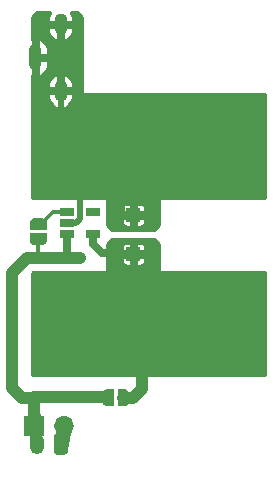
<source format=gbr>
%TF.GenerationSoftware,KiCad,Pcbnew,(5.1.6)-1*%
%TF.CreationDate,2020-12-02T11:33:45-05:00*%
%TF.ProjectId,HP_classic,48505f63-6c61-4737-9369-632e6b696361,2*%
%TF.SameCoordinates,Original*%
%TF.FileFunction,Copper,L2,Bot*%
%TF.FilePolarity,Positive*%
%FSLAX46Y46*%
G04 Gerber Fmt 4.6, Leading zero omitted, Abs format (unit mm)*
G04 Created by KiCad (PCBNEW (5.1.6)-1) date 2020-12-02 11:33:45*
%MOMM*%
%LPD*%
G01*
G04 APERTURE LIST*
%TA.AperFunction,SMDPad,CuDef*%
%ADD10R,1.200000X1.200000*%
%TD*%
%TA.AperFunction,SMDPad,CuDef*%
%ADD11R,1.300000X0.650000*%
%TD*%
%TA.AperFunction,ComponentPad*%
%ADD12R,1.700000X1.700000*%
%TD*%
%TA.AperFunction,ComponentPad*%
%ADD13O,1.700000X1.700000*%
%TD*%
%TA.AperFunction,ComponentPad*%
%ADD14O,1.100000X1.800000*%
%TD*%
%TA.AperFunction,ComponentPad*%
%ADD15O,1.100000X2.200000*%
%TD*%
%TA.AperFunction,ComponentPad*%
%ADD16O,1.200000X1.750000*%
%TD*%
%TA.AperFunction,SMDPad,CuDef*%
%ADD17C,0.100000*%
%TD*%
%TA.AperFunction,ViaPad*%
%ADD18C,1.000000*%
%TD*%
%TA.AperFunction,Conductor*%
%ADD19C,0.700000*%
%TD*%
%TA.AperFunction,Conductor*%
%ADD20C,0.500000*%
%TD*%
%TA.AperFunction,Conductor*%
%ADD21C,0.350000*%
%TD*%
%TA.AperFunction,Conductor*%
%ADD22C,1.250000*%
%TD*%
%TA.AperFunction,Conductor*%
%ADD23C,1.000000*%
%TD*%
%TA.AperFunction,Conductor*%
%ADD24C,0.254000*%
%TD*%
G04 APERTURE END LIST*
D10*
%TO.P,Z1,1*%
%TO.N,/POS*%
X160750000Y-126650000D03*
%TO.P,Z1,2*%
%TO.N,GND*%
X160750000Y-123350000D03*
%TD*%
D11*
%TO.P,U2,5*%
%TO.N,/POS*%
X157300000Y-124950000D03*
%TO.P,U2,4*%
%TO.N,Net-(U2-Pad4)*%
X157300000Y-123050000D03*
%TO.P,U2,3*%
%TO.N,Net-(JP2-Pad2)*%
X155100000Y-123050000D03*
%TO.P,U2,2*%
%TO.N,GND*%
X155100000Y-124000000D03*
%TO.P,U2,1*%
%TO.N,/VBAT*%
X155100000Y-124950000D03*
%TD*%
D12*
%TO.P,J3,1*%
%TO.N,/VBAT*%
X152300000Y-141200000D03*
D13*
%TO.P,J3,2*%
%TO.N,GND*%
X154840000Y-141200000D03*
%TD*%
D14*
%TO.P,J1,6*%
%TO.N,GND*%
X154575000Y-107200000D03*
X154575000Y-112800000D03*
D15*
X152425000Y-110000000D03*
%TD*%
%TO.P,J2,1*%
%TO.N,GND*%
%TA.AperFunction,ComponentPad*%
G36*
G01*
X155200000Y-142124999D02*
X155200000Y-143375001D01*
G75*
G02*
X154950001Y-143625000I-249999J0D01*
G01*
X154249999Y-143625000D01*
G75*
G02*
X154000000Y-143375001I0J249999D01*
G01*
X154000000Y-142124999D01*
G75*
G02*
X154249999Y-141875000I249999J0D01*
G01*
X154950001Y-141875000D01*
G75*
G02*
X155200000Y-142124999I0J-249999D01*
G01*
G37*
%TD.AperFunction*%
D16*
%TO.P,J2,2*%
%TO.N,/VBAT*%
X152600000Y-142750000D03*
%TD*%
%TA.AperFunction,SMDPad,CuDef*%
D17*
%TO.P,JP1,1*%
%TO.N,/VBAT*%
G36*
X159100000Y-139550000D02*
G01*
X158600000Y-139550000D01*
X158600000Y-139549398D01*
X158575466Y-139549398D01*
X158526635Y-139544588D01*
X158478510Y-139535016D01*
X158431555Y-139520772D01*
X158386222Y-139501995D01*
X158342949Y-139478864D01*
X158302150Y-139451604D01*
X158264221Y-139420476D01*
X158229524Y-139385779D01*
X158198396Y-139347850D01*
X158171136Y-139307051D01*
X158148005Y-139263778D01*
X158129228Y-139218445D01*
X158114984Y-139171490D01*
X158105412Y-139123365D01*
X158100602Y-139074534D01*
X158100602Y-139050000D01*
X158100000Y-139050000D01*
X158100000Y-138550000D01*
X158100602Y-138550000D01*
X158100602Y-138525466D01*
X158105412Y-138476635D01*
X158114984Y-138428510D01*
X158129228Y-138381555D01*
X158148005Y-138336222D01*
X158171136Y-138292949D01*
X158198396Y-138252150D01*
X158229524Y-138214221D01*
X158264221Y-138179524D01*
X158302150Y-138148396D01*
X158342949Y-138121136D01*
X158386222Y-138098005D01*
X158431555Y-138079228D01*
X158478510Y-138064984D01*
X158526635Y-138055412D01*
X158575466Y-138050602D01*
X158600000Y-138050602D01*
X158600000Y-138050000D01*
X159100000Y-138050000D01*
X159100000Y-139550000D01*
G37*
%TD.AperFunction*%
%TA.AperFunction,SMDPad,CuDef*%
%TO.P,JP1,2*%
%TO.N,/POS*%
G36*
X159900000Y-138050602D02*
G01*
X159924534Y-138050602D01*
X159973365Y-138055412D01*
X160021490Y-138064984D01*
X160068445Y-138079228D01*
X160113778Y-138098005D01*
X160157051Y-138121136D01*
X160197850Y-138148396D01*
X160235779Y-138179524D01*
X160270476Y-138214221D01*
X160301604Y-138252150D01*
X160328864Y-138292949D01*
X160351995Y-138336222D01*
X160370772Y-138381555D01*
X160385016Y-138428510D01*
X160394588Y-138476635D01*
X160399398Y-138525466D01*
X160399398Y-138550000D01*
X160400000Y-138550000D01*
X160400000Y-139050000D01*
X160399398Y-139050000D01*
X160399398Y-139074534D01*
X160394588Y-139123365D01*
X160385016Y-139171490D01*
X160370772Y-139218445D01*
X160351995Y-139263778D01*
X160328864Y-139307051D01*
X160301604Y-139347850D01*
X160270476Y-139385779D01*
X160235779Y-139420476D01*
X160197850Y-139451604D01*
X160157051Y-139478864D01*
X160113778Y-139501995D01*
X160068445Y-139520772D01*
X160021490Y-139535016D01*
X159973365Y-139544588D01*
X159924534Y-139549398D01*
X159900000Y-139549398D01*
X159900000Y-139550000D01*
X159400000Y-139550000D01*
X159400000Y-138050000D01*
X159900000Y-138050000D01*
X159900000Y-138050602D01*
G37*
%TD.AperFunction*%
%TD*%
%TA.AperFunction,SMDPad,CuDef*%
%TO.P,JP2,2*%
%TO.N,Net-(JP2-Pad2)*%
G36*
X151950602Y-124100000D02*
G01*
X151950602Y-124075466D01*
X151955412Y-124026635D01*
X151964984Y-123978510D01*
X151979228Y-123931555D01*
X151998005Y-123886222D01*
X152021136Y-123842949D01*
X152048396Y-123802150D01*
X152079524Y-123764221D01*
X152114221Y-123729524D01*
X152152150Y-123698396D01*
X152192949Y-123671136D01*
X152236222Y-123648005D01*
X152281555Y-123629228D01*
X152328510Y-123614984D01*
X152376635Y-123605412D01*
X152425466Y-123600602D01*
X152450000Y-123600602D01*
X152450000Y-123600000D01*
X152950000Y-123600000D01*
X152950000Y-123600602D01*
X152974534Y-123600602D01*
X153023365Y-123605412D01*
X153071490Y-123614984D01*
X153118445Y-123629228D01*
X153163778Y-123648005D01*
X153207051Y-123671136D01*
X153247850Y-123698396D01*
X153285779Y-123729524D01*
X153320476Y-123764221D01*
X153351604Y-123802150D01*
X153378864Y-123842949D01*
X153401995Y-123886222D01*
X153420772Y-123931555D01*
X153435016Y-123978510D01*
X153444588Y-124026635D01*
X153449398Y-124075466D01*
X153449398Y-124100000D01*
X153450000Y-124100000D01*
X153450000Y-124600000D01*
X151950000Y-124600000D01*
X151950000Y-124100000D01*
X151950602Y-124100000D01*
G37*
%TD.AperFunction*%
%TA.AperFunction,SMDPad,CuDef*%
%TO.P,JP2,1*%
%TO.N,/VBAT*%
G36*
X153450000Y-124900000D02*
G01*
X153450000Y-125400000D01*
X153449398Y-125400000D01*
X153449398Y-125424534D01*
X153444588Y-125473365D01*
X153435016Y-125521490D01*
X153420772Y-125568445D01*
X153401995Y-125613778D01*
X153378864Y-125657051D01*
X153351604Y-125697850D01*
X153320476Y-125735779D01*
X153285779Y-125770476D01*
X153247850Y-125801604D01*
X153207051Y-125828864D01*
X153163778Y-125851995D01*
X153118445Y-125870772D01*
X153071490Y-125885016D01*
X153023365Y-125894588D01*
X152974534Y-125899398D01*
X152950000Y-125899398D01*
X152950000Y-125900000D01*
X152450000Y-125900000D01*
X152450000Y-125899398D01*
X152425466Y-125899398D01*
X152376635Y-125894588D01*
X152328510Y-125885016D01*
X152281555Y-125870772D01*
X152236222Y-125851995D01*
X152192949Y-125828864D01*
X152152150Y-125801604D01*
X152114221Y-125770476D01*
X152079524Y-125735779D01*
X152048396Y-125697850D01*
X152021136Y-125657051D01*
X151998005Y-125613778D01*
X151979228Y-125568445D01*
X151964984Y-125521490D01*
X151955412Y-125473365D01*
X151950602Y-125424534D01*
X151950602Y-125400000D01*
X151950000Y-125400000D01*
X151950000Y-124900000D01*
X153450000Y-124900000D01*
G37*
%TD.AperFunction*%
%TD*%
D18*
%TO.N,/VBAT*%
X154750000Y-127000000D03*
X155500000Y-127000000D03*
X156250000Y-127000000D03*
%TD*%
D19*
%TO.N,GND*%
X159700000Y-121700000D02*
X159700000Y-123050000D01*
D20*
X156200000Y-123400000D02*
X156200000Y-121500000D01*
D21*
X155000000Y-123950000D02*
X155100000Y-124050000D01*
D20*
X155100000Y-124000000D02*
X155900000Y-124000000D01*
X156200000Y-123700000D02*
X156200000Y-123400000D01*
X155900000Y-124000000D02*
X156200000Y-123700000D01*
D22*
X154840000Y-141200000D02*
X154600000Y-142750000D01*
%TO.N,/VBAT*%
X152300000Y-141200000D02*
X152300000Y-140550000D01*
D23*
X152300000Y-141200000D02*
X152600000Y-142750000D01*
D19*
X155100000Y-125000000D02*
X155100000Y-127000000D01*
D21*
X152700000Y-125500000D02*
X152700000Y-127000000D01*
D19*
X152300000Y-138750000D02*
X152300000Y-141200000D01*
D23*
X152500000Y-127000000D02*
X156250000Y-127000000D01*
X151750000Y-127000000D02*
X152500000Y-127000000D01*
X152300000Y-140550000D02*
X152300000Y-138800000D01*
X152300000Y-138800000D02*
X151300000Y-138800000D01*
X150500000Y-128250000D02*
X151750000Y-127000000D01*
X151300000Y-138800000D02*
X150500000Y-138000000D01*
X150500000Y-138000000D02*
X150500000Y-128250000D01*
X156250000Y-138750000D02*
X152300000Y-138750000D01*
X158500000Y-138750000D02*
X156250000Y-138750000D01*
D19*
%TO.N,/POS*%
X158100000Y-126600000D02*
X159000000Y-126600000D01*
X157300000Y-125100000D02*
X157300000Y-125800000D01*
X157300000Y-125800000D02*
X158100000Y-126600000D01*
D21*
X160700000Y-126600000D02*
X160750000Y-126650000D01*
X159000000Y-126600000D02*
X160700000Y-126600000D01*
X160750000Y-126650000D02*
X160750000Y-129000000D01*
D23*
X160750000Y-138800000D02*
X161500000Y-138050000D01*
X159900000Y-138800000D02*
X160750000Y-138800000D01*
X161500000Y-138000000D02*
X161500000Y-136500000D01*
D21*
%TO.N,Net-(JP2-Pad2)*%
X152750000Y-124250000D02*
X152700000Y-124250000D01*
X155100000Y-123050000D02*
X153950000Y-123050000D01*
X153950000Y-123050000D02*
X152750000Y-124250000D01*
%TD*%
D24*
%TO.N,/POS*%
G36*
X171873000Y-136873000D02*
G01*
X152127000Y-136873000D01*
X152127000Y-128228132D01*
X152220132Y-128135000D01*
X156361788Y-128135000D01*
X156402007Y-128127000D01*
X171873000Y-128127000D01*
X171873000Y-136873000D01*
G37*
X171873000Y-136873000D02*
X152127000Y-136873000D01*
X152127000Y-128228132D01*
X152220132Y-128135000D01*
X156361788Y-128135000D01*
X156402007Y-128127000D01*
X171873000Y-128127000D01*
X171873000Y-136873000D01*
%TO.N,GND*%
G36*
X153390000Y-113277000D02*
G01*
X153437546Y-113505742D01*
X153528804Y-113720813D01*
X153660266Y-113913948D01*
X153826881Y-114077725D01*
X154022246Y-114205850D01*
X154238853Y-114293399D01*
X154265256Y-114293803D01*
X154448000Y-114168361D01*
X154448000Y-113127000D01*
X154702000Y-113127000D01*
X154702000Y-114168361D01*
X154884744Y-114293803D01*
X154911147Y-114293399D01*
X155127754Y-114205850D01*
X155323119Y-114077725D01*
X155489734Y-113913948D01*
X155621196Y-113720813D01*
X155712454Y-113505742D01*
X155760000Y-113277000D01*
X155760000Y-113127000D01*
X171873000Y-113127000D01*
X171873000Y-121873000D01*
X152127000Y-121873000D01*
X152127000Y-113127000D01*
X153390000Y-113127000D01*
X153390000Y-113277000D01*
G37*
X153390000Y-113277000D02*
X153437546Y-113505742D01*
X153528804Y-113720813D01*
X153660266Y-113913948D01*
X153826881Y-114077725D01*
X154022246Y-114205850D01*
X154238853Y-114293399D01*
X154265256Y-114293803D01*
X154448000Y-114168361D01*
X154448000Y-113127000D01*
X154702000Y-113127000D01*
X154702000Y-114168361D01*
X154884744Y-114293803D01*
X154911147Y-114293399D01*
X155127754Y-114205850D01*
X155323119Y-114077725D01*
X155489734Y-113913948D01*
X155621196Y-113720813D01*
X155712454Y-113505742D01*
X155760000Y-113277000D01*
X155760000Y-113127000D01*
X171873000Y-113127000D01*
X171873000Y-121873000D01*
X152127000Y-121873000D01*
X152127000Y-113127000D01*
X153390000Y-113127000D01*
X153390000Y-113277000D01*
G36*
X153688335Y-106203324D02*
G01*
X153579212Y-106388729D01*
X153508356Y-106591861D01*
X153478491Y-106804913D01*
X153616688Y-106977000D01*
X154352000Y-106977000D01*
X154352000Y-106957000D01*
X154798000Y-106957000D01*
X154798000Y-106977000D01*
X155533312Y-106977000D01*
X155671509Y-106804913D01*
X155641644Y-106591861D01*
X155570788Y-106388729D01*
X155461665Y-106203324D01*
X155438187Y-106177000D01*
X155947394Y-106177000D01*
X156373000Y-106602606D01*
X156373000Y-114023000D01*
X155231253Y-114023000D01*
X155318468Y-113957230D01*
X155461665Y-113796676D01*
X155570788Y-113611271D01*
X155641644Y-113408139D01*
X155671509Y-113195087D01*
X155533312Y-113023000D01*
X154798000Y-113023000D01*
X154798000Y-113043000D01*
X154352000Y-113043000D01*
X154352000Y-113023000D01*
X153616688Y-113023000D01*
X153478491Y-113195087D01*
X153508356Y-113408139D01*
X153579212Y-113611271D01*
X153688335Y-113796676D01*
X153831532Y-113957230D01*
X153918747Y-114023000D01*
X152127000Y-114023000D01*
X152127000Y-112404913D01*
X153478491Y-112404913D01*
X153616688Y-112577000D01*
X154352000Y-112577000D01*
X154352000Y-111531431D01*
X154798000Y-111531431D01*
X154798000Y-112577000D01*
X155533312Y-112577000D01*
X155671509Y-112404913D01*
X155641644Y-112191861D01*
X155570788Y-111988729D01*
X155461665Y-111803324D01*
X155318468Y-111642770D01*
X155146700Y-111513237D01*
X154960083Y-111444197D01*
X154798000Y-111531431D01*
X154352000Y-111531431D01*
X154189917Y-111444197D01*
X154003300Y-111513237D01*
X153831532Y-111642770D01*
X153688335Y-111803324D01*
X153579212Y-111988729D01*
X153508356Y-112191861D01*
X153478491Y-112404913D01*
X152127000Y-112404913D01*
X152127000Y-111508934D01*
X152202000Y-111468569D01*
X152202000Y-110223000D01*
X152648000Y-110223000D01*
X152648000Y-111468569D01*
X152810083Y-111555803D01*
X153028870Y-111469239D01*
X153196601Y-111333767D01*
X153334680Y-111168175D01*
X153437801Y-110978827D01*
X153502000Y-110773000D01*
X153502000Y-110223000D01*
X152648000Y-110223000D01*
X152202000Y-110223000D01*
X152182000Y-110223000D01*
X152182000Y-109777000D01*
X152202000Y-109777000D01*
X152202000Y-108531431D01*
X152648000Y-108531431D01*
X152648000Y-109777000D01*
X153502000Y-109777000D01*
X153502000Y-109227000D01*
X153437801Y-109021173D01*
X153334680Y-108831825D01*
X153196601Y-108666233D01*
X153028870Y-108530761D01*
X152810083Y-108444197D01*
X152648000Y-108531431D01*
X152202000Y-108531431D01*
X152127000Y-108491066D01*
X152127000Y-107595087D01*
X153478491Y-107595087D01*
X153508356Y-107808139D01*
X153579212Y-108011271D01*
X153688335Y-108196676D01*
X153831532Y-108357230D01*
X154003300Y-108486763D01*
X154189917Y-108555803D01*
X154352000Y-108468569D01*
X154352000Y-107423000D01*
X154798000Y-107423000D01*
X154798000Y-108468569D01*
X154960083Y-108555803D01*
X155146700Y-108486763D01*
X155318468Y-108357230D01*
X155461665Y-108196676D01*
X155570788Y-108011271D01*
X155641644Y-107808139D01*
X155671509Y-107595087D01*
X155533312Y-107423000D01*
X154798000Y-107423000D01*
X154352000Y-107423000D01*
X153616688Y-107423000D01*
X153478491Y-107595087D01*
X152127000Y-107595087D01*
X152127000Y-106602606D01*
X152552606Y-106177000D01*
X153711813Y-106177000D01*
X153688335Y-106203324D01*
G37*
X153688335Y-106203324D02*
X153579212Y-106388729D01*
X153508356Y-106591861D01*
X153478491Y-106804913D01*
X153616688Y-106977000D01*
X154352000Y-106977000D01*
X154352000Y-106957000D01*
X154798000Y-106957000D01*
X154798000Y-106977000D01*
X155533312Y-106977000D01*
X155671509Y-106804913D01*
X155641644Y-106591861D01*
X155570788Y-106388729D01*
X155461665Y-106203324D01*
X155438187Y-106177000D01*
X155947394Y-106177000D01*
X156373000Y-106602606D01*
X156373000Y-114023000D01*
X155231253Y-114023000D01*
X155318468Y-113957230D01*
X155461665Y-113796676D01*
X155570788Y-113611271D01*
X155641644Y-113408139D01*
X155671509Y-113195087D01*
X155533312Y-113023000D01*
X154798000Y-113023000D01*
X154798000Y-113043000D01*
X154352000Y-113043000D01*
X154352000Y-113023000D01*
X153616688Y-113023000D01*
X153478491Y-113195087D01*
X153508356Y-113408139D01*
X153579212Y-113611271D01*
X153688335Y-113796676D01*
X153831532Y-113957230D01*
X153918747Y-114023000D01*
X152127000Y-114023000D01*
X152127000Y-112404913D01*
X153478491Y-112404913D01*
X153616688Y-112577000D01*
X154352000Y-112577000D01*
X154352000Y-111531431D01*
X154798000Y-111531431D01*
X154798000Y-112577000D01*
X155533312Y-112577000D01*
X155671509Y-112404913D01*
X155641644Y-112191861D01*
X155570788Y-111988729D01*
X155461665Y-111803324D01*
X155318468Y-111642770D01*
X155146700Y-111513237D01*
X154960083Y-111444197D01*
X154798000Y-111531431D01*
X154352000Y-111531431D01*
X154189917Y-111444197D01*
X154003300Y-111513237D01*
X153831532Y-111642770D01*
X153688335Y-111803324D01*
X153579212Y-111988729D01*
X153508356Y-112191861D01*
X153478491Y-112404913D01*
X152127000Y-112404913D01*
X152127000Y-111508934D01*
X152202000Y-111468569D01*
X152202000Y-110223000D01*
X152648000Y-110223000D01*
X152648000Y-111468569D01*
X152810083Y-111555803D01*
X153028870Y-111469239D01*
X153196601Y-111333767D01*
X153334680Y-111168175D01*
X153437801Y-110978827D01*
X153502000Y-110773000D01*
X153502000Y-110223000D01*
X152648000Y-110223000D01*
X152202000Y-110223000D01*
X152182000Y-110223000D01*
X152182000Y-109777000D01*
X152202000Y-109777000D01*
X152202000Y-108531431D01*
X152648000Y-108531431D01*
X152648000Y-109777000D01*
X153502000Y-109777000D01*
X153502000Y-109227000D01*
X153437801Y-109021173D01*
X153334680Y-108831825D01*
X153196601Y-108666233D01*
X153028870Y-108530761D01*
X152810083Y-108444197D01*
X152648000Y-108531431D01*
X152202000Y-108531431D01*
X152127000Y-108491066D01*
X152127000Y-107595087D01*
X153478491Y-107595087D01*
X153508356Y-107808139D01*
X153579212Y-108011271D01*
X153688335Y-108196676D01*
X153831532Y-108357230D01*
X154003300Y-108486763D01*
X154189917Y-108555803D01*
X154352000Y-108468569D01*
X154352000Y-107423000D01*
X154798000Y-107423000D01*
X154798000Y-108468569D01*
X154960083Y-108555803D01*
X155146700Y-108486763D01*
X155318468Y-108357230D01*
X155461665Y-108196676D01*
X155570788Y-108011271D01*
X155641644Y-107808139D01*
X155671509Y-107595087D01*
X155533312Y-107423000D01*
X154798000Y-107423000D01*
X154352000Y-107423000D01*
X153616688Y-107423000D01*
X153478491Y-107595087D01*
X152127000Y-107595087D01*
X152127000Y-106602606D01*
X152552606Y-106177000D01*
X153711813Y-106177000D01*
X153688335Y-106203324D01*
%TO.N,/POS*%
G36*
X162873000Y-125802606D02*
G01*
X162873000Y-128123000D01*
X158527000Y-128123000D01*
X158527000Y-127250000D01*
X159771176Y-127250000D01*
X159778455Y-127323905D01*
X159800012Y-127394970D01*
X159835019Y-127460463D01*
X159882131Y-127517869D01*
X159939537Y-127564981D01*
X160005030Y-127599988D01*
X160076095Y-127621545D01*
X160150000Y-127628824D01*
X160432750Y-127627000D01*
X160527000Y-127532750D01*
X160527000Y-126873000D01*
X160973000Y-126873000D01*
X160973000Y-127532750D01*
X161067250Y-127627000D01*
X161350000Y-127628824D01*
X161423905Y-127621545D01*
X161494970Y-127599988D01*
X161560463Y-127564981D01*
X161617869Y-127517869D01*
X161664981Y-127460463D01*
X161699988Y-127394970D01*
X161721545Y-127323905D01*
X161728824Y-127250000D01*
X161727000Y-126967250D01*
X161632750Y-126873000D01*
X160973000Y-126873000D01*
X160527000Y-126873000D01*
X159867250Y-126873000D01*
X159773000Y-126967250D01*
X159771176Y-127250000D01*
X158527000Y-127250000D01*
X158527000Y-126050000D01*
X159771176Y-126050000D01*
X159773000Y-126332750D01*
X159867250Y-126427000D01*
X160527000Y-126427000D01*
X160527000Y-125767250D01*
X160973000Y-125767250D01*
X160973000Y-126427000D01*
X161632750Y-126427000D01*
X161727000Y-126332750D01*
X161728824Y-126050000D01*
X161721545Y-125976095D01*
X161699988Y-125905030D01*
X161664981Y-125839537D01*
X161617869Y-125782131D01*
X161560463Y-125735019D01*
X161494970Y-125700012D01*
X161423905Y-125678455D01*
X161350000Y-125671176D01*
X161067250Y-125673000D01*
X160973000Y-125767250D01*
X160527000Y-125767250D01*
X160432750Y-125673000D01*
X160150000Y-125671176D01*
X160076095Y-125678455D01*
X160005030Y-125700012D01*
X159939537Y-125735019D01*
X159882131Y-125782131D01*
X159835019Y-125839537D01*
X159800012Y-125905030D01*
X159778455Y-125976095D01*
X159771176Y-126050000D01*
X158527000Y-126050000D01*
X158527000Y-125802606D01*
X158952606Y-125377000D01*
X162447394Y-125377000D01*
X162873000Y-125802606D01*
G37*
X162873000Y-125802606D02*
X162873000Y-128123000D01*
X158527000Y-128123000D01*
X158527000Y-127250000D01*
X159771176Y-127250000D01*
X159778455Y-127323905D01*
X159800012Y-127394970D01*
X159835019Y-127460463D01*
X159882131Y-127517869D01*
X159939537Y-127564981D01*
X160005030Y-127599988D01*
X160076095Y-127621545D01*
X160150000Y-127628824D01*
X160432750Y-127627000D01*
X160527000Y-127532750D01*
X160527000Y-126873000D01*
X160973000Y-126873000D01*
X160973000Y-127532750D01*
X161067250Y-127627000D01*
X161350000Y-127628824D01*
X161423905Y-127621545D01*
X161494970Y-127599988D01*
X161560463Y-127564981D01*
X161617869Y-127517869D01*
X161664981Y-127460463D01*
X161699988Y-127394970D01*
X161721545Y-127323905D01*
X161728824Y-127250000D01*
X161727000Y-126967250D01*
X161632750Y-126873000D01*
X160973000Y-126873000D01*
X160527000Y-126873000D01*
X159867250Y-126873000D01*
X159773000Y-126967250D01*
X159771176Y-127250000D01*
X158527000Y-127250000D01*
X158527000Y-126050000D01*
X159771176Y-126050000D01*
X159773000Y-126332750D01*
X159867250Y-126427000D01*
X160527000Y-126427000D01*
X160527000Y-125767250D01*
X160973000Y-125767250D01*
X160973000Y-126427000D01*
X161632750Y-126427000D01*
X161727000Y-126332750D01*
X161728824Y-126050000D01*
X161721545Y-125976095D01*
X161699988Y-125905030D01*
X161664981Y-125839537D01*
X161617869Y-125782131D01*
X161560463Y-125735019D01*
X161494970Y-125700012D01*
X161423905Y-125678455D01*
X161350000Y-125671176D01*
X161067250Y-125673000D01*
X160973000Y-125767250D01*
X160527000Y-125767250D01*
X160432750Y-125673000D01*
X160150000Y-125671176D01*
X160076095Y-125678455D01*
X160005030Y-125700012D01*
X159939537Y-125735019D01*
X159882131Y-125782131D01*
X159835019Y-125839537D01*
X159800012Y-125905030D01*
X159778455Y-125976095D01*
X159771176Y-126050000D01*
X158527000Y-126050000D01*
X158527000Y-125802606D01*
X158952606Y-125377000D01*
X162447394Y-125377000D01*
X162873000Y-125802606D01*
%TO.N,GND*%
G36*
X162873000Y-124197394D02*
G01*
X162447394Y-124623000D01*
X158952606Y-124623000D01*
X158527000Y-124197394D01*
X158527000Y-123950000D01*
X159771176Y-123950000D01*
X159778455Y-124023905D01*
X159800012Y-124094970D01*
X159835019Y-124160463D01*
X159882131Y-124217869D01*
X159939537Y-124264981D01*
X160005030Y-124299988D01*
X160076095Y-124321545D01*
X160150000Y-124328824D01*
X160432750Y-124327000D01*
X160527000Y-124232750D01*
X160527000Y-123573000D01*
X160973000Y-123573000D01*
X160973000Y-124232750D01*
X161067250Y-124327000D01*
X161350000Y-124328824D01*
X161423905Y-124321545D01*
X161494970Y-124299988D01*
X161560463Y-124264981D01*
X161617869Y-124217869D01*
X161664981Y-124160463D01*
X161699988Y-124094970D01*
X161721545Y-124023905D01*
X161728824Y-123950000D01*
X161727000Y-123667250D01*
X161632750Y-123573000D01*
X160973000Y-123573000D01*
X160527000Y-123573000D01*
X159867250Y-123573000D01*
X159773000Y-123667250D01*
X159771176Y-123950000D01*
X158527000Y-123950000D01*
X158527000Y-122750000D01*
X159771176Y-122750000D01*
X159773000Y-123032750D01*
X159867250Y-123127000D01*
X160527000Y-123127000D01*
X160527000Y-122467250D01*
X160973000Y-122467250D01*
X160973000Y-123127000D01*
X161632750Y-123127000D01*
X161727000Y-123032750D01*
X161728824Y-122750000D01*
X161721545Y-122676095D01*
X161699988Y-122605030D01*
X161664981Y-122539537D01*
X161617869Y-122482131D01*
X161560463Y-122435019D01*
X161494970Y-122400012D01*
X161423905Y-122378455D01*
X161350000Y-122371176D01*
X161067250Y-122373000D01*
X160973000Y-122467250D01*
X160527000Y-122467250D01*
X160432750Y-122373000D01*
X160150000Y-122371176D01*
X160076095Y-122378455D01*
X160005030Y-122400012D01*
X159939537Y-122435019D01*
X159882131Y-122482131D01*
X159835019Y-122539537D01*
X159800012Y-122605030D01*
X159778455Y-122676095D01*
X159771176Y-122750000D01*
X158527000Y-122750000D01*
X158527000Y-121877000D01*
X162873000Y-121877000D01*
X162873000Y-124197394D01*
G37*
X162873000Y-124197394D02*
X162447394Y-124623000D01*
X158952606Y-124623000D01*
X158527000Y-124197394D01*
X158527000Y-123950000D01*
X159771176Y-123950000D01*
X159778455Y-124023905D01*
X159800012Y-124094970D01*
X159835019Y-124160463D01*
X159882131Y-124217869D01*
X159939537Y-124264981D01*
X160005030Y-124299988D01*
X160076095Y-124321545D01*
X160150000Y-124328824D01*
X160432750Y-124327000D01*
X160527000Y-124232750D01*
X160527000Y-123573000D01*
X160973000Y-123573000D01*
X160973000Y-124232750D01*
X161067250Y-124327000D01*
X161350000Y-124328824D01*
X161423905Y-124321545D01*
X161494970Y-124299988D01*
X161560463Y-124264981D01*
X161617869Y-124217869D01*
X161664981Y-124160463D01*
X161699988Y-124094970D01*
X161721545Y-124023905D01*
X161728824Y-123950000D01*
X161727000Y-123667250D01*
X161632750Y-123573000D01*
X160973000Y-123573000D01*
X160527000Y-123573000D01*
X159867250Y-123573000D01*
X159773000Y-123667250D01*
X159771176Y-123950000D01*
X158527000Y-123950000D01*
X158527000Y-122750000D01*
X159771176Y-122750000D01*
X159773000Y-123032750D01*
X159867250Y-123127000D01*
X160527000Y-123127000D01*
X160527000Y-122467250D01*
X160973000Y-122467250D01*
X160973000Y-123127000D01*
X161632750Y-123127000D01*
X161727000Y-123032750D01*
X161728824Y-122750000D01*
X161721545Y-122676095D01*
X161699988Y-122605030D01*
X161664981Y-122539537D01*
X161617869Y-122482131D01*
X161560463Y-122435019D01*
X161494970Y-122400012D01*
X161423905Y-122378455D01*
X161350000Y-122371176D01*
X161067250Y-122373000D01*
X160973000Y-122467250D01*
X160527000Y-122467250D01*
X160432750Y-122373000D01*
X160150000Y-122371176D01*
X160076095Y-122378455D01*
X160005030Y-122400012D01*
X159939537Y-122435019D01*
X159882131Y-122482131D01*
X159835019Y-122539537D01*
X159800012Y-122605030D01*
X159778455Y-122676095D01*
X159771176Y-122750000D01*
X158527000Y-122750000D01*
X158527000Y-121877000D01*
X162873000Y-121877000D01*
X162873000Y-124197394D01*
%TD*%
M02*

</source>
